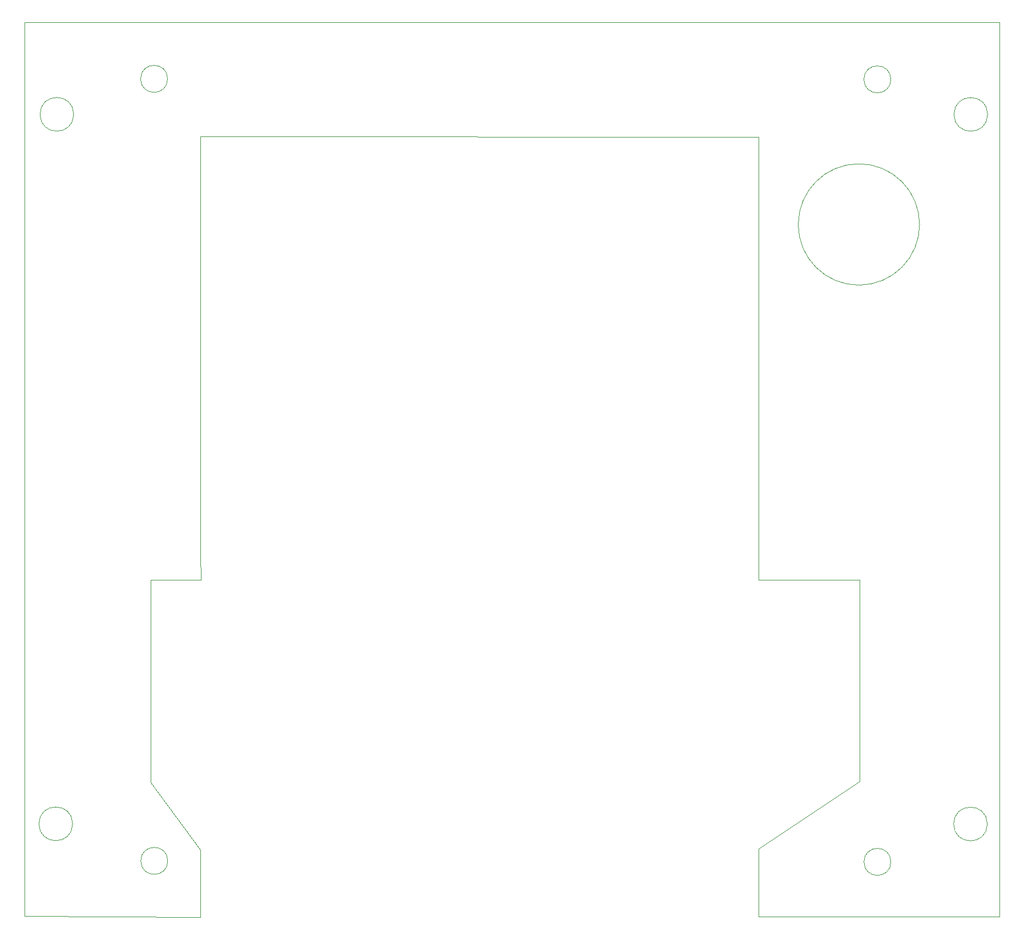
<source format=gm1>
%TF.GenerationSoftware,KiCad,Pcbnew,9.0.3*%
%TF.CreationDate,2025-07-25T01:46:46-06:00*%
%TF.ProjectId,ARC-210-Master-Board,4152432d-3231-4302-9d4d-61737465722d,rev?*%
%TF.SameCoordinates,Original*%
%TF.FileFunction,Profile,NP*%
%FSLAX46Y46*%
G04 Gerber Fmt 4.6, Leading zero omitted, Abs format (unit mm)*
G04 Created by KiCad (PCBNEW 9.0.3) date 2025-07-25 01:46:46*
%MOMM*%
%LPD*%
G01*
G04 APERTURE LIST*
%TA.AperFunction,Profile*%
%ADD10C,0.050000*%
%TD*%
%TA.AperFunction,Profile*%
%ADD11C,0.100000*%
%TD*%
G04 APERTURE END LIST*
D10*
X99015000Y-160671134D02*
X72950000Y-160445000D01*
X217560000Y-160540000D02*
X181815000Y-160570005D01*
X72950000Y-27870000D02*
X217560000Y-27864986D01*
X196780041Y-140471130D02*
X181815000Y-150482503D01*
X196780041Y-110570000D02*
X196780041Y-140471130D01*
X191940000Y-110570000D02*
X196780041Y-110570000D01*
X201450000Y-36345000D02*
G75*
G02*
X197450000Y-36345000I-2000000J0D01*
G01*
X197450000Y-36345000D02*
G75*
G02*
X201450000Y-36345000I2000000J0D01*
G01*
X80240000Y-41530000D02*
G75*
G02*
X75240000Y-41530000I-2500000J0D01*
G01*
X75240000Y-41530000D02*
G75*
G02*
X80240000Y-41530000I2500000J0D01*
G01*
X91665000Y-131870000D02*
X91665000Y-110570000D01*
X91665000Y-140645000D02*
X99027500Y-150658067D01*
X72950000Y-27870000D02*
X72950000Y-160445000D01*
X181815000Y-160570005D02*
X181815000Y-150482503D01*
D11*
X205710000Y-57870000D02*
G75*
G02*
X187710000Y-57870000I-9000000J0D01*
G01*
X187710000Y-57870000D02*
G75*
G02*
X205710000Y-57870000I9000000J0D01*
G01*
D10*
X215760000Y-146810000D02*
G75*
G02*
X210760000Y-146810000I-2500000J0D01*
G01*
X210760000Y-146810000D02*
G75*
G02*
X215760000Y-146810000I2500000J0D01*
G01*
X99065000Y-44795000D02*
X181865000Y-44870000D01*
X201460000Y-152430000D02*
G75*
G02*
X197460000Y-152430000I-2000000J0D01*
G01*
X197460000Y-152430000D02*
G75*
G02*
X201460000Y-152430000I2000000J0D01*
G01*
X215810000Y-41540000D02*
G75*
G02*
X210810000Y-41540000I-2500000J0D01*
G01*
X210810000Y-41540000D02*
G75*
G02*
X215810000Y-41540000I2500000J0D01*
G01*
X80080000Y-146780000D02*
G75*
G02*
X75080000Y-146780000I-2500000J0D01*
G01*
X75080000Y-146780000D02*
G75*
G02*
X80080000Y-146780000I2500000J0D01*
G01*
X91665000Y-131870000D02*
X91665000Y-140645000D01*
X94190000Y-152280000D02*
G75*
G02*
X90190000Y-152280000I-2000000J0D01*
G01*
X90190000Y-152280000D02*
G75*
G02*
X94190000Y-152280000I2000000J0D01*
G01*
X99015000Y-106670000D02*
X99065000Y-44795000D01*
X181815000Y-110620000D02*
X181815000Y-106670000D01*
X99077545Y-110570000D02*
X99015000Y-106670000D01*
X99077545Y-110570000D02*
X91665000Y-110570000D01*
X94165000Y-36270000D02*
G75*
G02*
X90165000Y-36270000I-2000000J0D01*
G01*
X90165000Y-36270000D02*
G75*
G02*
X94165000Y-36270000I2000000J0D01*
G01*
X217560000Y-27864986D02*
X217560000Y-160540000D01*
X99015000Y-160671134D02*
X99027500Y-150658067D01*
X181865000Y-44870000D02*
X181815000Y-106670000D01*
X191940000Y-110570000D02*
X181815000Y-110620000D01*
M02*

</source>
